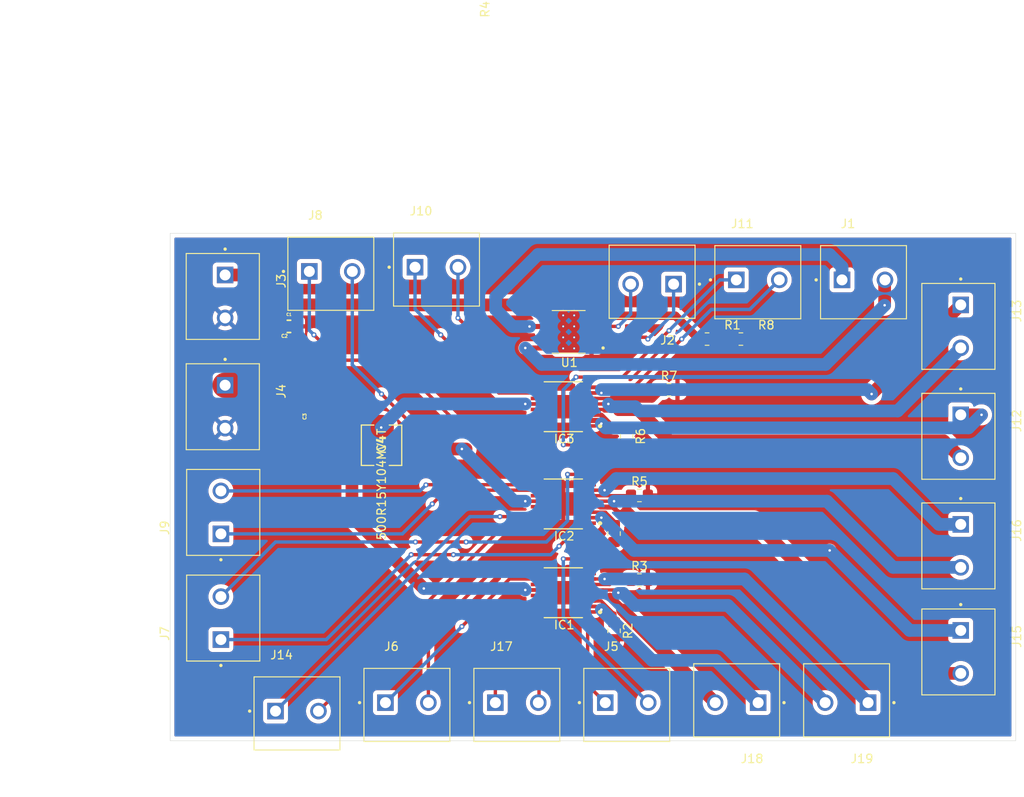
<source format=kicad_pcb>
(kicad_pcb (version 20241229) (generator "pcbnew") (generator_version "9.0")
  (layers (0 "F.Cu" signal) (2 "B.Cu" signal) (13 "F.Paste" user) (15 "B.Paste" user) (5 "F.SilkS" user "F.Silkscreen") (7 "B.SilkS" user "B.Silkscreen") (1 "F.Mask" user) (3 "B.Mask" user) (25 "Edge.Cuts" user))
  (net 0 "")
  (net 1 "Net-(U1-VM)")
  (net 2 "GND")
  (net 3 "Net-(IC1-VM)")
  (net 4 "Net-(IC1-BOUT1)")
  (net 5 "Net-(IC1-BISEN)")
  (net 7 "Net-(IC1-AIN1)")
  (net 8 "Net-(IC1-BOUT2)")
  (net 9 "Net-(IC1-AISEN)")
  (net 10 "Net-(IC1-AOUT2)")
  (net 11 "Net-(IC1-BIN2)")
  (net 13 "Net-(IC1-BIN1)")
  (net 14 "Net-(IC1-AIN2)")
  (net 15 "Net-(IC1-FAULT_N)")
  (net 16 "Net-(IC1-AOUT1)")
  (net 17 "Net-(IC1-SLEEP_N)")
  (net 20 "Net-(IC2-BISEN)")
  (net 21 "Net-(IC2-AOUT2)")
  (net 22 "Net-(IC2-BOUT2)")
  (net 23 "Net-(IC2-BOUT1)")
  (net 24 "Net-(IC2-SLEEP_N)")
  (net 25 "Net-(IC2-AIN2)")
  (net 26 "Net-(IC2-FAULT_N)")
  (net 27 "Net-(IC2-BIN2)")
  (net 28 "Net-(IC2-AISEN)")
  (net 29 "Net-(IC2-BIN1)")
  (net 30 "Net-(IC2-AOUT1)")
  (net 31 "Net-(IC2-AIN1)")
  (net 33 "Net-(IC3-SLEEP_N)")
  (net 35 "Net-(IC3-BIN1)")
  (net 36 "Net-(IC3-BISEN)")
  (net 37 "Net-(IC3-AISEN)")
  (net 38 "Net-(IC3-AOUT1)")
  (net 39 "Net-(IC3-BOUT2)")
  (net 40 "Net-(IC3-AIN1)")
  (net 41 "Net-(IC3-BOUT1)")
  (net 42 "Net-(IC3-BIN2)")
  (net 43 "Net-(IC3-FAULT_N)")
  (net 44 "Net-(IC3-AIN2)")
  (net 45 "Net-(IC3-AOUT2)")
  (net 46 "Net-(U1-OUT2)")
  (net 47 "Net-(U1-OUT1)")
  (net 48 "Net-(U1-IN1)")
  (net 49 "Net-(U1-IN2)")
  (net 50 "Net-(U1-ILIM)")
  (net 51 "Net-(R1-Pad2)")
  (footprint "Resistor_SMD:R_0805_2012Metric_Pad1.20x1.40mm_HandSolder" (layer "F.Cu") (at 155.5 141)
    (property "Reference" "R3" (at 0 -1.65 0) (layer "F.SilkS"))
    (property "Value" "R")
    (pad "1" smd roundrect (at -1 0) (size 1.2 1.4) (layers "F.Cu" "F.Mask" "F.Paste") (roundrect_rratio 0.208333) (net 5 "Net-(IC1-BISEN)"))
    (pad "2" smd roundrect (at 1 0) (size 1.2 1.4) (layers "F.Cu" "F.Mask" "F.Paste") (roundrect_rratio 0.208333) (net 2 "GND"))
  )
  (footprint "Resistor_SMD:R_0805_2012Metric_Pad1.20x1.40mm_HandSolder" (layer "F.Cu") (at 152.5 135.5 -90)
    (property "Reference" "R4" (at -62 15.25 90) (layer "F.SilkS"))
    (property "Value" "R")
    (pad "1" smd roundrect (at -1 0 270) (size 1.2 1.4) (layers "F.Cu" "F.Mask" "F.Paste") (roundrect_rratio 0.208333) (net 28 "Net-(IC2-AISEN)"))
    (pad "2" smd roundrect (at 1 0 270) (size 1.2 1.4) (layers "F.Cu" "F.Mask" "F.Paste") (roundrect_rratio 0.208333) (net 2 "GND"))
  )
  (footprint "Kicad_TitoSync_Footprints:SAMESKY_TB0012-508-02GR" (layer "F.Cu") (at 106.5 107.46 -90)
    (property "Reference" "J3" (at -1.825 -6.635 90) (layer "F.SilkS"))
    (property "Value" "TB0012-508-02GR")
    (pad "1" thru_hole rect (at -2.54 0 270) (size 1.95 1.95) (drill 1.3) (layers "*.Cu" "*.Mask") (net 1 "Net-(U1-VM)"))
    (pad "2" thru_hole circle (at 2.54 0 270) (size 1.95 1.95) (drill 1.3) (layers "*.Cu" "*.Mask") (net 2 "GND"))
  )
  (footprint "Kicad_TitoSync_Footprints:SAMESKY_TB0012-508-02GR" (layer "F.Cu") (at 141 155.5)
    (property "Reference" "J17" (at -1.825 -6.635 0) (layer "F.SilkS"))
    (property "Value" "TB0012-508-02GR")
    (pad "1" thru_hole rect (at -2.54 0) (size 1.95 1.95) (drill 1.3) (layers "*.Cu" "*.Mask") (net 14 "Net-(IC1-AIN2)"))
    (pad "2" thru_hole circle (at 2.54 0) (size 1.95 1.95) (drill 1.3) (layers "*.Cu" "*.Mask") (net 7 "Net-(IC1-AIN1)"))
  )
  (footprint "Kicad_TitoSync_Footprints:CAPC2012X140N" (layer "F.Cu") (at 114.605 122.105 -90)
    (property "Reference" "C3" (at -0.44 -1.3 90) (layer "F.SilkS") (effects (font (size 0.393701 0.393701))))
    (property "Value" "CL21B106KOQNFNE")
    (pad "1" smd roundrect (at -0.895 0 270) (size 1.08 1.42) (layers "F.Cu" "F.Mask" "F.Paste") (roundrect_rratio 0.125) (net 3 "Net-(IC1-VM)"))
    (pad "2" smd roundrect (at 0.895 0 270) (size 1.08 1.42) (layers "F.Cu" "F.Mask" "F.Paste") (roundrect_rratio 0.125) (net 2 "GND"))
  )
  (footprint "Kicad_TitoSync_Footprints:VREG_LM5017MR_NOPB" (layer "F.Cu") (at 147.132152 111.65 180)
    (property "Reference" "U1" (at -0.075 -3.635 0) (layer "F.SilkS"))
    (property "Value" "DRV8871DDA")
    (pad "1" smd roundrect (at -2.7 -1.905 180) (size 1.55 0.6) (layers "F.Cu" "F.Paste") (roundrect_rratio 0.025) (net 2 "GND"))
    (pad "2" smd roundrect (at -2.7 -0.635 180) (size 1.55 0.6) (layers "F.Cu" "F.Paste") (roundrect_rratio 0.025) (net 49 "Net-(U1-IN2)"))
    (pad "3" smd roundrect (at -2.7 0.635 180) (size 1.55 0.6) (layers "F.Cu" "F.Paste") (roundrect_rratio 0.025) (net 48 "Net-(U1-IN1)"))
    (pad "4" smd roundrect (at -2.7 1.905 180) (size 1.55 0.6) (layers "F.Cu" "F.Paste") (roundrect_rratio 0.025) (net 50 "Net-(U1-ILIM)"))
    (pad "5" smd roundrect (at 2.7 1.905 180) (size 1.55 0.6) (layers "F.Cu" "F.Paste") (roundrect_rratio 0.025) (net 1 "Net-(U1-VM)"))
    (pad "6" smd roundrect (at 2.7 0.635 180) (size 1.55 0.6) (layers "F.Cu" "F.Paste") (roundrect_rratio 0.025) (net 47 "Net-(U1-OUT1)"))
    (pad "7" smd roundrect (at 2.7 -0.635 180) (size 1.55 0.6) (layers "F.Cu" "F.Paste") (roundrect_rratio 0.025) (net 2 "GND"))
    (pad "8" smd roundrect (at 2.7 -1.905 180) (size 1.55 0.6) (layers "F.Cu" "F.Paste") (roundrect_rratio 0.025) (net 46 "Net-(U1-OUT2)"))
    (pad "9" smd rect (at 0 0 180) (size 2.95 4.9) (layers "F.Cu"))
    (pad "10" thru_hole circle (at -0.65 -1.95 180) (size 0.3 0.3) (drill 0.2) (layers "*.Cu" "*.Mask"))
    (pad "11" thru_hole circle (at 0.65 -1.95 180) (size 0.3 0.3) (drill 0.2) (layers "*.Cu" "*.Mask"))
    (pad "12" thru_hole circle (at -0.65 -0.65 180) (size 0.3 0.3) (drill 0.2) (layers "*.Cu" "*.Mask"))
    (pad "13" thru_hole circle (at 0.65 -0.65 180) (size 0.3 0.3) (drill 0.2) (layers "*.Cu" "*.Mask"))
    (pad "14" thru_hole circle (at -0.65 0.65 180) (size 0.3 0.3) (drill 0.2) (layers "*.Cu" "*.Mask"))
    (pad "15" thru_hole circle (at 0.65 0.65 180) (size 0.3 0.3) (drill 0.2) (layers "*.Cu" "*.Mask"))
    (pad "16" thru_hole circle (at -0.65 1.95 180) (size 0.3 0.3) (drill 0.2) (layers "*.Cu" "*.Mask"))
    (pad "17" thru_hole circle (at 0.65 1.95 180) (size 0.3 0.3) (drill 0.2) (layers "*.Cu" "*.Mask"))
  )
  (footprint "Kicad_TitoSync_Footprints:SAMESKY_TB0012-508-02GR" (layer "F.Cu") (at 106.5 120.5 -90)
    (property "Reference" "J4" (at -1.825 -6.635 90) (layer "F.SilkS"))
    (property "Value" "TB0012-508-02GR")
    (pad "1" thru_hole rect (at -2.54 0 270) (size 1.95 1.95) (drill 1.3) (layers "*.Cu" "*.Mask") (net 3 "Net-(IC1-VM)"))
    (pad "2" thru_hole circle (at 2.54 0 270) (size 1.95 1.95) (drill 1.3) (layers "*.Cu" "*.Mask") (net 2 "GND"))
  )
  (footprint "Kicad_TitoSync_Footprints:SAMESKY_TB0012-508-02GR" (layer "F.Cu") (at 193.5 111 -90)
    (property "Reference" "J13" (at -1.825 -6.635 90) (layer "F.SilkS"))
    (property "Value" "TB0012-508-02GR")
    (pad "1" thru_hole rect (at -2.54 0 270) (size 1.95 1.95) (drill 1.3) (layers "*.Cu" "*.Mask") (net 41 "Net-(IC3-BOUT1)"))
    (pad "2" thru_hole circle (at 2.54 0 270) (size 1.95 1.95) (drill 1.3) (layers "*.Cu" "*.Mask") (net 39 "Net-(IC3-BOUT2)"))
  )
  (footprint "Kicad_TitoSync_Footprints:SAMESKY_TB0012-508-02GR" (layer "F.Cu") (at 119 104.5)
    (property "Reference" "J8" (at -1.825 -6.635 0) (layer "F.SilkS"))
    (property "Value" "TB0012-508-02GR")
    (pad "1" thru_hole rect (at -2.54 0) (size 1.95 1.95) (drill 1.3) (layers "*.Cu" "*.Mask") (net 44 "Net-(IC3-AIN2)"))
    (pad "2" thru_hole circle (at 2.54 0) (size 1.95 1.95) (drill 1.3) (layers "*.Cu" "*.Mask") (net 40 "Net-(IC3-AIN1)"))
  )
  (footprint "Kicad_TitoSync_Footprints:SAMESKY_TB0012-508-02GR" (layer "F.Cu") (at 106 145.5 90)
    (property "Reference" "J7" (at -1.825 -6.635 90) (layer "F.SilkS"))
    (property "Value" "TB0012-508-02GR")
    (pad "1" thru_hole rect (at -2.54 0 90) (size 1.95 1.95) (drill 1.3) (layers "*.Cu" "*.Mask") (net 24 "Net-(IC2-SLEEP_N)"))
    (pad "2" thru_hole circle (at 2.54 0 90) (size 1.95 1.95) (drill 1.3) (layers "*.Cu" "*.Mask") (net 26 "Net-(IC2-FAULT_N)"))
  )
  (footprint "Kicad_TitoSync_Footprints:WCAP-CSGP_0805_H1.25_R" (layer "F.Cu") (at 114.05 111)
    (property "Reference" "C1" (at 0 -1.4032 0) (layer "F.SilkS") (effects (font (size 0.32 0.32))))
    (property "Value" "WCAP-CSGP_0805_H1.25")
    (pad "1" smd rect (at -0.95 0) (size 0.9 1.3) (layers "F.Cu" "F.Mask" "F.Paste") (net 1 "Net-(U1-VM)"))
    (pad "2" smd rect (at 0.95 0) (size 0.9 1.3) (layers "F.Cu" "F.Mask" "F.Paste") (net 2 "GND"))
  )
  (footprint "Kicad_TitoSync_Footprints:SAMESKY_TB0012-508-02GR" (layer "F.Cu") (at 115 156.5)
    (property "Reference" "J14" (at -1.825 -6.635 0) (layer "F.SilkS"))
    (property "Value" "TB0012-508-02GR")
    (pad "1" thru_hole rect (at -2.54 0) (size 1.95 1.95) (drill 1.3) (layers "*.Cu" "*.Mask") (net 25 "Net-(IC2-AIN2)"))
    (pad "2" thru_hole circle (at 2.54 0) (size 1.95 1.95) (drill 1.3) (layers "*.Cu" "*.Mask") (net 31 "Net-(IC2-AIN1)"))
  )
  (footprint "Resistor_SMD:R_0805_2012Metric_Pad1.20x1.40mm_HandSolder" (layer "F.Cu") (at 159 118.5)
    (property "Reference" "R7" (at 0 -1.65 0) (layer "F.SilkS"))
    (property "Value" "R")
    (pad "1" smd roundrect (at -1 0) (size 1.2 1.4) (layers "F.Cu" "F.Mask" "F.Paste") (roundrect_rratio 0.208333) (net 36 "Net-(IC3-BISEN)"))
    (pad "2" smd roundrect (at 1 0) (size 1.2 1.4) (layers "F.Cu" "F.Mask" "F.Paste") (roundrect_rratio 0.208333) (net 2 "GND"))
  )
  (footprint "Kicad_TitoSync_Footprints:SAMESKY_TB0012-508-02GR" (layer "F.Cu") (at 193.5 136.96 -90)
    (property "Reference" "J16" (at -1.825 -6.635 90) (layer "F.SilkS"))
    (property "Value" "TB0012-508-02GR")
    (pad "1" thru_hole rect (at -2.54 0 270) (size 1.95 1.95) (drill 1.3) (layers "*.Cu" "*.Mask") (net 23 "Net-(IC2-BOUT1)"))
    (pad "2" thru_hole circle (at 2.54 0 270) (size 1.95 1.95) (drill 1.3) (layers "*.Cu" "*.Mask") (net 22 "Net-(IC2-BOUT2)"))
  )
  (footprint "Resistor_SMD:R_0805_2012Metric_Pad1.20x1.40mm_HandSolder" (layer "F.Cu") (at 163.5 112.5)
    (property "Reference" "R1" (at 3 -1.65 0) (layer "F.SilkS"))
    (property "Value" "R")
    (pad "1" smd roundrect (at -1 0) (size 1.2 1.4) (layers "F.Cu" "F.Mask" "F.Paste") (roundrect_rratio 0.208333) (net 50 "Net-(U1-ILIM)"))
    (pad "2" smd roundrect (at 1 0) (size 1.2 1.4) (layers "F.Cu" "F.Mask" "F.Paste") (roundrect_rratio 0.208333) (net 51 "Net-(R1-Pad2)"))
  )
  (footprint "Kicad_TitoSync_Footprints:SAMESKY_TB0012-508-02GR" (layer "F.Cu") (at 182 105.5)
    (property "Reference" "J1" (at -1.825 -6.635 0) (layer "F.SilkS"))
    (property "Value" "TB0012-508-02GR")
    (pad "1" thru_hole rect (at -2.54 0) (size 1.95 1.95) (drill 1.3) (layers "*.Cu" "*.Mask") (net 47 "Net-(U1-OUT1)"))
    (pad "2" thru_hole circle (at 2.54 0) (size 1.95 1.95) (drill 1.3) (layers "*.Cu" "*.Mask") (net 46 "Net-(U1-OUT2)"))
  )
  (footprint "Kicad_TitoSync_Footprints:PWP0016C-IPC_A" (layer "F.Cu") (at 146.5 120.5 180)
    (property "Reference" "IC3" (at -0.1016 -3.81 0) (layer "F.SilkS"))
    (property "Value" "DRV8411PWPR")
    (pad "1" smd rect (at -2.87538 -2.275 180) (size 1.95543 0.420766) (layers "F.Cu" "F.Mask" "F.Paste") (net 33 "Net-(IC3-SLEEP_N)"))
    (pad "2" smd rect (at -2.87538 -1.625 180) (size 1.95543 0.420766) (layers "F.Cu" "F.Mask" "F.Paste") (net 38 "Net-(IC3-AOUT1)"))
    (pad "3" smd rect (at -2.87538 -0.975 180) (size 1.95543 0.420766) (layers "F.Cu" "F.Mask" "F.Paste") (net 37 "Net-(IC3-AISEN)"))
    (pad "4" smd rect (at -2.87538 -0.325 180) (size 1.95543 0.420766) (layers "F.Cu" "F.Mask" "F.Paste") (net 45 "Net-(IC3-AOUT2)"))
    (pad "5" smd rect (at -2.87538 0.325 180) (size 1.95543 0.420766) (layers "F.Cu" "F.Mask" "F.Paste") (net 39 "Net-(IC3-BOUT2)"))
    (pad "6" smd rect (at -2.87538 0.975 180) (size 1.95543 0.420766) (layers "F.Cu" "F.Mask" "F.Paste") (net 36 "Net-(IC3-BISEN)"))
    (pad "7" smd rect (at -2.87538 1.625 180) (size 1.95543 0.420766) (layers "F.Cu" "F.Mask" "F.Paste") (net 41 "Net-(IC3-BOUT1)"))
    (pad "8" smd rect (at -2.87538 2.275 180) (size 1.95543 0.420766) (layers "F.Cu" "F.Mask" "F.Paste") (net 43 "Net-(IC3-FAULT_N)"))
    (pad "9" smd rect (at 2.87538 2.275 180) (size 1.95543 0.420766) (layers "F.Cu" "F.Mask" "F.Paste") (net 35 "Net-(IC3-BIN1)"))
    (pad "10" smd rect (at 2.87538 1.625 180) (size 1.95543 0.420766) (layers "F.Cu" "F.Mask" "F.Paste") (net 42 "Net-(IC3-BIN2)"))
    (pad "11" smd rect (at 2.87538 0.975 180) (size 1.95543 0.420766) (layers "F.Cu" "F.Mask" "F.Paste"))
    (pad "12" smd rect (at 2.87538 0.325 180) (size 1.95543 0.420766) (layers "F.Cu" "F.Mask" "F.Paste") (net 3 "Net-(IC1-VM)"))
    (pad "13" smd rect (at 2.87538 -0.325 180) (size 1.95543 0.420766) (layers "F.Cu" "F.Mask" "F.Paste") (net 2 "GND"))
    (pad "14" smd rect (at 2.87538 -0.975 180) (size 1.95543 0.420766) (layers "F.Cu" "F.Mask" "F.Paste"))
    (pad "15" smd rect (at 2.87538 -1.625 180) (size 1.95543 0.420766) (layers "F.Cu" "F.Mask" "F.Paste") (net 44 "Net-(IC3-AIN2)"))
    (pad "16" smd rect (at 2.87538 -2.275 180) (size 1.95543 0.420766) (layers "F.Cu" "F.Mask" "F.Paste") (net 40 "Net-(IC3-AIN1)"))
    (pad "17" smd rect (at 0 0 180) (size 2.46 2.77) (layers "F.Cu" "F.Mask") (net 2 "GND"))
  )
  (footprint "Kicad_TitoSync_Footprints:SAMESKY_TB0012-508-02GR" (layer "F.Cu") (at 131.5 104)
    (property "Reference" "J10" (at -1.825 -6.635 0) (layer "F.SilkS"))
    (property "Value" "TB0012-508-02GR")
    (pad "1" thru_hole rect (at -2.54 0) (size 1.95 1.95) (drill 1.3) (layers "*.Cu" "*.Mask") (net 42 "Net-(IC3-BIN2)"))
    (pad "2" thru_hole circle (at 2.54 0) (size 1.95 1.95) (drill 1.3) (layers "*.Cu" "*.Mask") (net 35 "Net-(IC3-BIN1)"))
  )
  (footprint "Kicad_TitoSync_Footprints:SAMESKY_TB0012-508-02GR" (layer "F.Cu") (at 157 106 180)
    (property "Reference" "J2" (at -1.825 -6.635 0) (layer "F.SilkS"))
    (property "Value" "TB0012-508-02GR")
    (pad "1" thru_hole rect (at -2.54 0 180) (size 1.95 1.95) (drill 1.3) (layers "*.Cu" "*.Mask") (net 49 "Net-(U1-IN2)"))
    (pad "2" thru_hole circle (at 2.54 0 180) (size 1.95 1.95) (drill 1.3) (layers "*.Cu" "*.Mask") (net 48 "Net-(U1-IN1)"))
  )
  (footprint "Kicad_TitoSync_Footprints:SAMESKY_TB0012-508-02GR" (layer "F.Cu") (at 193.5 149.5 -90)
    (property "Reference" "J15" (at -1.825 -6.635 90) (layer "F.SilkS"))
    (property "Value" "TB0012-508-02GR")
    (pad "1" thru_hole rect (at -2.54 0 270) (size 1.95 1.95) (drill 1.3) (layers "*.Cu" "*.Mask") (net 30 "Net-(IC2-AOUT1)"))
    (pad "2" thru_hole circle (at 2.54 0 270) (size 1.95 1.95) (drill 1.3) (layers "*.Cu" "*.Mask") (net 21 "Net-(IC2-AOUT2)"))
  )
  (footprint "Resistor_SMD:R_0805_2012Metric_Pad1.20x1.40mm_HandSolder" (layer "F.Cu") (at 152.5 147 -90)
    (property "Reference" "R2" (at 0 -1.65 90) (layer "F.SilkS"))
    (property "Value" "R")
    (pad "1" smd roundrect (at -1 0 270) (size 1.2 1.4) (layers "F.Cu" "F.Mask" "F.Paste") (roundrect_rratio 0.208333) (net 9 "Net-(IC1-AISEN)"))
    (pad "2" smd roundrect (at 1 0 270) (size 1.2 1.4) (layers "F.Cu" "F.Mask" "F.Paste") (roundrect_rratio 0.208333) (net 2 "GND"))
  )
  (footprint "Kicad_TitoSync_Footprints:SAMESKY_TB0012-508-02GR" (layer "F.Cu") (at 154 155.5)
    (property "Reference" "J5" (at -1.825 -6.635 0) (layer "F.SilkS"))
    (property "Value" "TB0012-508-02GR")
    (pad "1" thru_hole rect (at -2.54 0) (size 1.95 1.95) (drill 1.3) (layers "*.Cu" "*.Mask") (net 17 "Net-(IC1-SLEEP_N)"))
    (pad "2" thru_hole circle (at 2.54 0) (size 1.95 1.95) (drill 1.3) (layers "*.Cu" "*.Mask") (net 15 "Net-(IC1-FAULT_N)"))
  )
  (footprint "Kicad_TitoSync_Footprints:PWP0016C-IPC_A" (layer "F.Cu") (at 146.5 132 180)
    (property "Reference" "IC2" (at -0.1016 -3.81 0) (layer "F.SilkS"))
    (property "Value" "DRV8411PWPR")
    (pad "1" smd rect (at -2.87538 -2.275 180) (size 1.95543 0.420766) (layers "F.Cu" "F.Mask" "F.Paste") (net 24 "Net-(IC2-SLEEP_N)"))
    (pad "2" smd rect (at -2.87538 -1.625 180) (size 1.95543 0.420766) (layers "F.Cu" "F.Mask" "F.Paste") (net 30 "Net-(IC2-AOUT1)"))
    (pad "3" smd rect (at -2.87538 -0.975 180) (size 1.95543 0.420766) (layers "F.Cu" "F.Mask" "F.Paste") (net 28 "Net-(IC2-AISEN)"))
    (pad "4" smd rect (at -2.87538 -0.325 180) (size 1.95543 0.420766) (layers "F.Cu" "F.Mask" "F.Paste") (net 21 "Net-(IC2-AOUT2)"))
    (pad "5" smd rect (at -2.87538 0.325 180) (size 1.95543 0.420766) (layers "F.Cu" "F.Mask" "F.Paste") (net 22 "Net-(IC2-BOUT2)"))
    (pad "6" smd rect (at -2.87538 0.975 180) (size 1.95543 0.420766) (layers "F.Cu" "F.Mask" "F.Paste") (net 20 "Net-(IC2-BISEN)"))
    (pad "7" smd rect (at -2.87538 1.625 180) (size 1.95543 0.420766) (layers "F.Cu" "F.Mask" "F.Paste") (net 23 "Net-(IC2-BOUT1)"))
    (pad "8" smd rect (at -2.87538 2.275 180) (size 1.95543 0.420766) (layers "F.Cu" "F.Mask" "F.Paste") (net 26 "Net-(IC2-FAULT_N)"))
    (pad "9" smd rect (at 2.87538 2.275 180) (size 1.95543 0.420766) (layers "F.Cu" "F.Mask" "F.Paste") (net 29 "Net-(IC2-BIN1)"))
    (pad "10" smd rect (at 2.87538 1.625 180) (size 1.95543 0.420766) (layers "F.Cu" "F.Mask" "F.Paste") (net 27 "Net-(IC2-BIN2)"))
    (pad "11" smd rect (at 2.87538 0.975 180) (size 1.95543 0.420766) (layers "F.Cu" "F.Mask" "F.Paste"))
    (pad "12" smd rect (at 2.87538 0.325 180) (size 1.95543 0.420766) (layers "F.Cu" "F.Mask" "F.Paste") (net 3 "Net-(IC1-VM)"))
    (pad "13" smd rect (at 2.87538 -0.325 180) (size 1.95543 0.420766) (layers "F.Cu" "F.Mask" "F.Paste") (net 2 "GND"))
    (pad "14" smd rect (at 2.87538 -0.975 180) (size 1.95543 0.420766) (layers "F.Cu" "F.Mask" "F.Paste"))
    (pad "15" smd rect (at 2.87538 -1.625 180) (size 1.95543 0.420766) (layers "F.Cu" "F.Mask" "F.Paste") (net 25 "Net-(IC2-AIN2)"))
    (pad "16" smd rect (at 2.87538 -2.275 180) (size 1.95543 0.420766) (layers "F.Cu" "F.Mask" "F.Paste") (net 31 "Net-(IC2-AIN1)"))
    (pad "17" smd rect (at 0 0 180) (size 2.46 2.77) (layers "F.Cu" "F.Mask") (net 2 "GND"))
  )
  (footprint "Kicad_TitoSync_Footprints:SAMESKY_TB0012-508-02GR" (layer "F.Cu") (at 167 155.5 180)
    (property "Reference" "J18" (at -1.825 -6.635 0) (layer "F.SilkS"))
    (property "Value" "TB0012-508-02GR")
    (pad "1" thru_hole rect (at -2.54 0 180) (size 1.95 1.95) (drill 1.3) (layers "*.Cu" "*.Mask") (net 16 "Net-(IC1-AOUT1)"))
    (pad "2" thru_hole circle (at 2.54 0 180) (size 1.95 1.95) (drill 1.3) (layers "*.Cu" "*.Mask") (net 10 "Net-(IC1-AOUT2)"))
  )
  (footprint "Kicad_TitoSync_Footprints:SAMESKY_TB0012-508-02GR" (layer "F.Cu") (at 169.5 105.5)
    (property "Reference" "J11" (at -1.825 -6.635 0) (layer "F.SilkS"))
    (property "Value" "TB0012-508-02GR")
    (pad "1" thru_hole rect (at -2.54 0) (size 1.95 1.95) (drill 1.3) (layers "*.Cu" "*.Mask") (net 33 "Net-(IC3-SLEEP_N)"))
    (pad "2" thru_hole circle (at 2.54 0) (size 1.95 1.95) (drill 1.3) (layers "*.Cu" "*.Mask") (net 43 "Net-(IC3-FAULT_N)"))
  )
  (footprint "Kicad_TitoSync_Footprints:PWP0016C-IPC_A" (layer "F.Cu") (at 146.5 142.5 180)
    (property "Reference" "IC1" (at -0.1016 -3.81 0) (layer "F.SilkS"))
    (property "Value" "DRV8411PWPR")
    (pad "1" smd rect (at -2.87538 -2.275 180) (size 1.95543 0.420766) (layers "F.Cu" "F.Mask" "F.Paste") (net 17 "Net-(IC1-SLEEP_N)"))
    (pad "2" smd rect (at -2.87538 -1.625 180) (size 1.95543 0.420766) (layers "F.Cu" "F.Mask" "F.Paste") (net 16 "Net-(IC1-AOUT1)"))
    (pad "3" smd rect (at -2.87538 -0.975 180) (size 1.95543 0.420766) (layers "F.Cu" "F.Mask" "F.Paste") (net 9 "Net-(IC1-AISEN)"))
    (pad "4" smd rect (at -2.87538 -0.325 180) (size 1.95543 0.420766) (layers "F.Cu" "F.Mask" "F.Paste") (net 10 "Net-(IC1-AOUT2)"))
    (pad "5" smd rect (at -2.87538 0.325 180) (size 1.95543 0.420766) (layers "F.Cu" "F.Mask" "F.Paste") (net 8 "Net-(IC1-BOUT2)"))
    (pad "6" smd rect (at -2.87538 0.975 180) (size 1.95543 0.420766) (layers "F.Cu" "F.Mask" "F.Paste") (net 5 "Net-(IC1-BISEN)"))
    (pad "7" smd rect (at -2.87538 1.625 180) (size 1.95543 0.420766) (layers "F.Cu" "F.Mask" "F.Paste") (net 4 "Net-(IC1-BOUT1)"))
    (pad "8" smd rect (at -2.87538 2.275 180) (size 1.95543 0.420766) (layers "F.Cu" "F.Mask" "F.Paste") (net 15 "Net-(IC1-FAULT_N)"))
    (pad "9" smd rect (at 2.87538 2.275 180) (size 1.95543 0.420766) (layers "F.Cu" "F.Mask" "F.Paste") (net 13 "Net-(IC1-BIN1)"))
    (pad "10" smd rect (at 2.87538 1.625 180) (size 1.95543 0.420766) (layers "F.Cu" "F.Mask" "F.Paste") (net 11 "Net-(IC1-BIN2)"))
    (pad "11" smd rect (at 2.87538 0.975 180) (size 1.95543 0.420766) (layers "F.Cu" "F.Mask" "F.Paste"))
    (pad "12" smd rect (at 2.87538 0.325 180) (size 1.95543 0.420766) (layers "F.Cu" "F.Mask" "F.Paste") (net 3 "Net-(IC1-VM)"))
    (pad "13" smd rect (at 2.87538 -0.325 180) (size 1.95543 0.420766) (layers "F.Cu" "F.Mask" "F.Paste") (net 2 "GND"))
    (pad "14" smd rect (at 2.87538 -0.975 180) (size 1.95543 0.420766) (layers "F.Cu" "F.Mask" "F.Paste"))
    (pad "15" smd rect (at 2.87538 -1.625 180) (size 1.95543 0.420766) (layers "F.Cu" "F.Mask" "F.Paste") (net 14 "Net-(IC1-AIN2)"))
    (pad "16" smd rect (at 2.87538 -2.275 180) (size 1.95543 0.420766) (layers "F.Cu" "F.Mask" "F.Paste") (net 7 "Net-(IC1-AIN1)"))
    (pad "17" smd rect (at 0 0 180) (size 2.46 2.77) (layers "F.Cu" "F.Mask") (net 2 "GND"))
  )
  (footprint "Resistor_SMD:R_0805_2012Metric_Pad1.20x1.40mm_HandSolder" (layer "F.Cu") (at 167.5 112.5)
    (property "Reference" "R8" (at 3 -1.65 0) (layer "F.SilkS"))
    (property "Value" "R")
    (pad "1" smd roundrect (at -1 0) (size 1.2 1.4) (layers "F.Cu" "F.Mask" "F.Paste") (roundrect_rratio 0.208333) (net 51 "Net-(R1-Pad2)"))
    (pad "2" smd roundrect (at 1 0) (size 1.2 1.4) (layers "F.Cu" "F.Mask" "F.Paste") (roundrect_rratio 0.208333) (net 2 "GND"))
  )
  (footprint "Kicad_TitoSync_Footprints:SAMESKY_TB0012-508-02GR" (layer "F.Cu") (at 193.5 124 -90)
    (property "Reference" "J12" (at -1.825 -6.635 90) (layer "F.SilkS"))
    (property "Value" "TB0012-508-02GR")
    (pad "1" thru_hole rect (at -2.54 0 270) (size 1.95 1.95) (drill 1.3) (layers "*.Cu" "*.Mask") (net 38 "Net-(IC3-AOUT1)"))
    (pad "2" thru_hole circle (at 2.54 0 270) (size 1.95 1.95) (drill 1.3) (layers "*.Cu" "*.Mask") (net 45 "Net-(IC3-AOUT2)"))
  )
  (footprint "Kicad_TitoSync_Footprints:EXV-9B_KEM" (layer "F.Cu") (at 125 125.0574 -90)
    (property "Reference" "C4" (at -0.1016 0 90) (layer "F.SilkS"))
    (property "Value" "500R15Y104MV4T" (at 4.6228 0 90) (layer "F.SilkS"))
    (pad "1" smd rect (at -2.0574 0 270) (size 2.413 1.1684) (layers "F.Cu" "F.Mask" "F.Paste") (net 3 "Net-(IC1-VM)"))
    (pad "2" smd rect (at 2.0574 0 270) (size 2.413 1.1684) (layers "F.Cu" "F.Mask" "F.Paste") (net 2 "GND"))
  )
  (footprint "Resistor_SMD:R_0805_2012Metric_Pad1.20x1.40mm_HandSolder" (layer "F.Cu") (at 155.5 131)
    (property "Reference" "R5" (at 0 -1.65 0) (layer "F.SilkS"))
    (property "Value" "R")
    (pad "1" smd roundrect (at -1 0) (size 1.2 1.4) (layers "F.Cu" "F.Mask" "F.Paste") (roundrect_rratio 0.208333) (net 20 "Net-(IC2-BISEN)"))
    (pad "2" smd roundrect (at 1 0) (size 1.2 1.4) (layers "F.Cu" "F.Mask" "F.Paste") (roundrect_rratio 0.208333) (net 2 "GND"))
  )
  (footprint "Kicad_TitoSync_Footprints:SAMESKY_TB0012-508-02GR" (layer "F.Cu") (at 128 155.5)
    (property "Reference" "J6" (at -1.825 -6.635 0) (layer "F.SilkS"))
    (property "Value" "TB0012-508-02GR")
    (pad "1" thru_hole rect (at -2.54 0) (size 1.95 1.95) (drill 1.3) (layers "*.Cu" "*.Mask") (net 11 "Net-(IC1-BIN2)"))
    (pad "2" thru_hole circle (at 2.54 0) (size 1.95 1.95) (drill 1.3) (layers "*.Cu" "*.Mask") (net 13 "Net-(IC1-BIN1)"))
  )
  (footprint "Resistor_SMD:R_0805_2012Metric_Pad1.20x1.40mm_HandSolder" (layer "F.Cu") (at 154 124 -90)
    (property "Reference" "R6" (at 0 -1.65 90) (layer "F.SilkS"))
    (property "Value" "R")
    (pad "1" smd roundrect (at -1 0 270) (size 1.2 1.4) (layers "F.Cu" "F.Mask" "F.Paste") (roundrect_rratio 0.208333) (net 37 "Net-(IC3-AISEN)"))
    (pad "2" smd roundrect (at 1 0 270) (size 1.2 1.4) (layers "F.Cu" "F.Mask" "F.Paste") (roundrect_rratio 0.208333) (net 2 "GND"))
  )
  (footprint "Kicad_TitoSync_Footprints:SAMESKY_TB0012-508-02GR" (layer "F.Cu") (at 106 133 90)
    (property "Reference" "J9" (at -1.825 -6.635 90) (layer "F.SilkS"))
    (property "Value" "TB0012-508-02GR")
    (pad "1" thru_hole rect (at -2.54 0 90) (size 1.95 1.95) (drill 1.3) (layers "*.Cu" "*.Mask") (net 27 "Net-(IC2-BIN2)"))
    (pad "2" thru_hole circle (at 2.54 0 90) (size 1.95 1.95) (drill 1.3) (layers "*.Cu" "*.Mask") (net 29 "Net-(IC2-BIN1)"))
  )
  (footprint "Kicad_TitoSync_Footprints:CAPC2012X127N" (layer "F.Cu") (at 114.021 113.5)
    (property "Reference" "C2" (at -0.5 -1.36 0) (layer "F.SilkS") (effects (font (size 0.393701 0.393701))))
    (property "Value" "500R15Y104MV4T")
    (pad "1" smd rect (at -0.891 0) (size 1.21 1.53) (layers "F.Cu" "F.Mask" "F.Paste") (net 1 "Net-(U1-VM)"))
    (pad "2" smd rect (at 0.891 0) (size 1.21 1.53) (layers "F.Cu" "F.Mask" "F.Paste") (net 2 "GND"))
  )
  (footprint "Kicad_TitoSync_Footprints:SAMESKY_TB0012-508-02GR" (layer "F.Cu") (at 180 155.5 180)
    (property "Reference" "J19" (at -1.825 -6.635 0) (layer "F.SilkS"))
    (property "Value" "TB0012-508-02GR")
    (pad "1" thru_hole rect (at -2.54 0 180) (size 1.95 1.95) (drill 1.3) (layers "*.Cu" "*.Mask") (net 4 "Net-(IC1-BOUT1)"))
    (pad "2" thru_hole circle (at 2.54 0 180) (size 1.95 1.95) (drill 1.3) (layers "*.Cu" "*.Mask") (net 8 "Net-(IC1-BOUT2)"))
  )
  (gr_line (start 200 100) (end 100 100) (stroke (width 0.05)) (layer "Edge.Cuts"))
  (gr_line (start 200 160) (end 200 100) (stroke (width 0.05)) (layer "Edge.Cuts"))
  (gr_line (start 100 160) (end 200 160) (stroke (width 0.05)) (layer "Edge.Cuts"))
  (gr_line (start 100 100) (end 100 160) (stroke (width 0.05)) (layer "Edge.Cuts"))
  (segment (start 113.1 113.47) (end 113.13 113.5) (width 1.5) (layer "F.Cu") (net 1))
  (segment (start 143.147152 108.46) (end 144.432152 109.745) (width 1.5) (layer "F.Cu") (net 1))
  (segment (start 113.1 109.9) (end 113.1 111) (width 1.5) (layer "F.Cu") (net 1))
  (segment (start 110.92 104.92) (end 106.5 104.92) (width 1.5) (layer "F.Cu") (net 1))
  (segment (start 113.1 111) (end 113.1 113.47) (width 1.5) (layer "F.Cu") (net 1))
  (segment (start 114.5 108.5) (end 113.1 109.9) (width 1.5) (layer "F.Cu") (net 1))
  (segment (start 114.5 108.5) (end 110.92 104.92) (width 1.5) (layer "F.Cu") (net 1))
  (segment (start 114.54 108.46) (end 114.5 108.5) (width 1.5) (layer "F.Cu") (net 1))
  (segment (start 143.147152 108.46) (end 114.54 108.46) (width 1.5) (layer "F.Cu") (net 1))
  (segment (start 127.5 125.5) (end 125 123) (width 1.5) (layer "F.Cu") (net 3))
  (segment (start 143.62462 142.175) (end 142 142.175) (width 0.4) (layer "F.Cu") (net 3))
  (segment (start 121.5 122.96) (end 124.96 122.96) (width 3) (layer "F.Cu") (net 3))
  (segment (start 124.96 122.96) (end 125 123) (width 0.2) (layer "F.Cu") (net 3))
  (segment (start 143.62462 131.675) (end 142 131.675) (width 0.4) (layer "F.Cu") (net 3))
  (segment (start 135 125.5) (end 134.5 125.5) (width 1.5) (layer "F.Cu") (net 3))
  (segment (start 143.62462 142.175) (end 142.39981 142.175) (width 0.4) (layer "F.Cu") (net 3))
  (segment (start 121.5 122.96) (end 116.5 117.96) (width 3) (layer "F.Cu") (net 3))
  (segment (start 121.5 133.5) (end 130 142) (width 1.5) (layer "F.Cu") (net 3))
  (segment (start 114.605 119.855) (end 114.605 120.759) (width 2) (layer "F.Cu") (net 3))
  (segment (start 134.5 125.5) (end 127.5 125.5) (width 1.5) (layer "F.Cu") (net 3))
  (segment (start 142 120.175) (end 143.62462 120.175) (width 0.4) (layer "F.Cu") (net 3))
  (segment (start 121.5 122.96) (end 121.5 133.5) (width 1.5) (layer "F.Cu") (net 3))
  (segment (start 116.5 117.96) (end 114.605 119.855) (width 2) (layer "F.Cu") (net 3))
  (segment (start 116.5 117.96) (end 106.5 117.96) (width 3) (layer "F.Cu") (net 3))
  (via (at 124.96 122.96) (size 0.6) (drill 0.3) (layers "F.Cu" "B.Cu") (net 3))
  (via (at 134.5 125.5) (size 0.6) (drill 0.3) (layers "F.Cu" "B.Cu") (net 3))
  (via (at 142 131.675) (size 0.6) (drill 0.3) (layers "F.Cu" "B.Cu") (net 3))
  (via (at 130 142) (size 0.6) (drill 0.3) (layers "F.Cu" "B.Cu") (net 3))
  (via (at 142 120.175) (size 0.6) (drill 0.3) (layers "F.Cu" "B.Cu") (net 3))
  (via (at 142 142.175) (size 0.6) (drill 0.3) (layers "F.Cu" "B.Cu") (net 3))
  (segment (start 134.5 125.5) (end 140.675 131.675) (width 1.5) (layer "B.Cu") (net 3))
  (segment (start 140.675 131.675) (end 142 131.675) (width 1.5) (layer "B.Cu") (net 3))
  (segment (start 141.825 142) (end 142 142.175) (width 1.5) (layer "B.Cu") (net 3))
  (segment (start 124.96 122.96) (end 127.745 120.175) (width 1.5) (layer "B.Cu") (net 3))
  (segment (start 130 142) (end 141.825 142) (width 1.5) (layer "B.Cu") (net 3))
  (segment (start 127.745 120.175) (end 142 120.175) (width 1.5) (layer "B.Cu") (net 3))
  (segment (start 149.37538 140.875) (end 151.375 140.875) (width 0.4) (layer "F.Cu") (net 4))
  (via (at 151.375 140.875) (size 0.6) (drill 0.3) (layers "F.Cu" "B.Cu") (net 4))
  (segment (start 182.54 155.5) (end 167.915 140.875) (width 1.5) (layer "B.Cu") (net 4))
  (segment (start 167.915 140.875) (end 151.375 140.875) (width 1.5) (layer "B.Cu") (net 4))
  (segment (start 151.975 141.525) (end 152.5 141) (width 0.4) (layer "F.Cu") (net 5))
  (segment (start 149.37538 141.525) (end 151.975 141.525) (width 0.4) (layer "F.Cu") (net 5))
  (segment (start 152.5 141) (end 154.5 141) (width 0.4) (layer "F.Cu") (net 5))
  (segment (start 143.62462 155.41538) (end 143.54 155.5) (width 0.2) (layer "F.Cu") (net 7))
  (segment (start 143.62462 144.775) (end 143.62462 155.41538) (width 0.4) (layer "F.Cu") (net 7))
  (segment (start 149.37538 142.175) (end 151.175 142.175) (width 0.4) (layer "F.Cu") (net 8))
  (segment (start 152.675 142.175) (end 153 142.5) (width 0.4) (layer "F.Cu") (net 8))
  (segment (start 151.175 142.175) (end 152.675 142.175) (width 0.4) (layer "F.Cu") (net 8))
  (via (at 153 142.5) (size 0.6) (drill 0.3) (layers "F.Cu" "B.Cu") (net 8))
  (segment (start 177.46 155.5) (end 165.96 144) (width 1.5) (layer "B.Cu") (net 8))
  (segment (start 155 144) (end 153.576 142.576) (width 1.5) (layer "B.Cu") (net 8))
  (segment (start 153.576 142.576) (end 153 142.576) (width 1.5) (layer "B.Cu") (net 8))
  (segment (start 165.96 144) (end 155 144) (width 1.5) (layer "B.Cu") (net 8))
  (segment (start 150.975 143.475) (end 152.5 145) (width 0.4) (layer "F.Cu") (net 9))
  (segment (start 149.37538 143.475) (end 150.975 143.475) (width 0.4) (layer "F.Cu") (net 9))
  (segment (start 152.5 145) (end 152.5 146) (width 0.6) (layer "F.Cu") (net 9))
  (segment (start 151.825 142.825) (end 152 143) (width 0.4) (layer "F.Cu") (net 10))
  (segment (start 150.825 142.825) (end 151.825 142.825) (width 0.4) (layer "F.Cu") (net 10))
  (segment (start 153.5 144.5) (end 152 143) (width 1) (layer "F.Cu") (net 10))
  (segment (start 153.5 144.54) (end 153.5 144.5) (width 0.2) (layer "F.Cu") (net 10))
  (segment (start 149.37538 142.825) (end 150.825 142.825) (width 0.4) (layer "F.Cu") (net 10))
  (segment (start 164.46 155.5) (end 153.5 144.54) (width 1.5) (layer "F.Cu") (net 10))
  (segment (start 140.125 140.875) (end 134.5 146.5) (width 0.4) (layer "F.Cu") (net 11))
  (segment (start 143.62462 140.875) (end 140.125 140.875) (width 0.4) (layer "F.Cu") (net 11))
  (via (at 134.5 146.5) (size 0.6) (drill 0.3) (layers "F.Cu" "B.Cu") (net 11))
  (segment (start 125.5 155.5) (end 134.5 146.5) (width 0.4) (layer "B.Cu") (net 11))
  (segment (start 125.46 155.5) (end 125.5 155.5) (width 0.2) (layer "B.Cu") (net 11))
  (segment (start 142.225 140.225) (end 143.62462 140.225) (width 0.4) (layer "F.Cu") (net 13))
  (segment (start 130.54 155.5) (end 130.54 147.46) (width 0.4) (layer "F.Cu") (net 13))
  (segment (start 138 140) (end 142 140) (width 0.4) (layer "F.Cu") (net 13))
  (segment (start 130.54 147.46) (end 138 140) (width 0.4) (layer "F.Cu") (net 13))
  (segment (start 142 140) (end 142.225 140.225) (width 0.4) (layer "F.Cu") (net 13))
  (segment (start 142.375 144.125) (end 138.46 148.04) (width 0.4) (layer "F.Cu") (net 14))
  (segment (start 143.62462 144.125) (end 142.375 144.125) (width 0.4) (layer "F.Cu") (net 14))
  (segment (start 138.46 148.04) (end 138.46 155.5) (width 0.4) (layer "F.Cu") (net 14))
  (segment (start 149.37538 140.225) (end 147.65038 138.5) (width 0.4) (layer "F.Cu") (net 15))
  (segment (start 147.65038 138.5) (end 146.5 138.5) (width 0.4) (layer "F.Cu") (net 15))
  (via (at 146.5 138.5) (size 0.6) (drill 0.3) (layers "F.Cu" "B.Cu") (net 15))
  (segment (start 146.5 145.46) (end 146.5 138.5) (width 0.4) (layer "B.Cu") (net 15))
  (segment (start 156.54 155.5) (end 146.5 145.46) (width 0.4) (layer "B.Cu") (net 15))
  (segment (start 149.37538 144.125) (end 150.625 144.125) (width 0.4) (layer "F.Cu") (net 16))
  (segment (start 150.625 144.125) (end 151 144.5) (width 0.4) (layer "F.Cu") (net 16))
  (via (at 151 144.5) (size 0.6) (drill 0.3) (layers "F.Cu" "B.Cu") (net 16))
  (segment (start 151 144.5) (end 157 150.5) (width 1.5) (layer "B.Cu") (net 16))
  (segment (start 164.54 150.5) (end 169.54 155.5) (width 1.5) (layer "B.Cu") (net 16))
  (segment (start 157 150.5) (end 164.54 150.5) (width 1.5) (layer "B.Cu") (net 16))
  (segment (start 149.37538 153.41538) (end 151.46 155.5) (width 0.4) (layer "F.Cu") (net 17))
  (segment (start 149.37538 144.775) (end 149.37538 153.41538) (width 0.4) (layer "F.Cu") (net 17))
  (segment (start 154.475 131.025) (end 154.5 131) (width 0.2) (layer "F.Cu") (net 20))
  (segment (start 149.37538 131.025) (end 154.475 131.025) (width 0.4) (layer "F.Cu") (net 20))
  (segment (start 155 134) (end 154 133) (width 1.5) (layer "F.Cu") (net 21))
  (segment (start 150.874 132.374) (end 152.374 132.374) (width 0.6) (layer "F.Cu") (net 21))
  (segment (start 149.37538 132.325) (end 150.825 132.325) (width 0.4) (layer "F.Cu") (net 21))
  (segment (start 152.374 132.374) (end 153 133) (width 0.6) (layer "F.Cu") (net 21))
  (segment (start 193.5 152.04) (end 187.04 152.04) (width 1.5) (layer "F.Cu") (net 21))
  (segment (start 150.825 132.325) (end 150.874 132.374) (width 0.4) (layer "F.Cu") (net 21))
  (segment (start 187.04 152.04) (end 169 134) (width 1.5) (layer "F.Cu") (net 21))
  (segment (start 153 133) (end 154 133) (width 0.6) (layer "F.Cu") (net 21))
  (segment (start 169 134) (end 155 134) (width 1.5) (layer "F.Cu") (net 21))
  (segment (start 152 131.675) (end 152.325 131.675) (width 0.2) (layer "F.Cu") (net 22))
  (segment (start 149.37538 131.675) (end 152 131.675) (width 0.4) (layer "F.Cu") (net 22))
  (segment (start 152 131.675) (end 152.5 131.675) (width 0.4) (layer "F.Cu") (net 22))
  (via (at 152.5 131.675) (size 0.6) (drill 0.3) (layers "F.Cu" "B.Cu") (net 22))
  (segment (start 177.675 131.675) (end 185.5 139.5) (width 1.5) (layer "B.Cu") (net 22))
  (segment (start 152.5 131.675) (end 177.675 131.675) (width 1.5) (layer "B.Cu") (net 22))
  (segment (start 185.5 139.5) (end 193.5 139.5) (width 1.5) (layer "B.Cu") (net 22))
  (segment (start 149.37538 130.375) (end 151.375 130.375) (width 0.4) (layer "F.Cu") (net 23))
  (via (at 151.375 130.375) (size 0.6) (drill 0.3) (layers "F.Cu" "B.Cu") (net 23))
  (segment (start 151.375 130.375) (end 152.75 129) (width 1.5) (layer "B.Cu") (net 23))
  (segment (start 185.5 129) (end 190.92 134.42) (width 1.5) (layer "B.Cu") (net 23))
  (segment (start 190.92 134.42) (end 193.5 134.42) (width 1.5) (layer "B.Cu") (net 23))
  (segment (start 152.75 129) (end 185.5 129) (width 1.5) (layer "B.Cu") (net 23))
  (segment (start 128.5 138) (end 133.5 138) (width 0.4) (layer "F.Cu") (net 24))
  (segment (start 148.725 134.275) (end 149.37538 134.275) (width 0.4) (layer "F.Cu") (net 24))
  (segment (start 146 137) (end 148.725 134.275) (width 0.4) (layer "F.Cu") (net 24))
  (via (at 133.5 138) (size 0.6) (drill 0.3) (layers "F.Cu" "B.Cu") (net 24))
  (via (at 146 137) (size 0.6) (drill 0.3) (layers "F.Cu" "B.Cu") (net 24))
  (via (at 128.5 138) (size 0.6) (drill 0.3) (layers "F.Cu" "B.Cu") (net 24))
  (segment (start 133.5 138) (end 145 138) (width 0.4) (layer "B.Cu") (net 24))
  (segment (start 106 148.04) (end 118.46 148.04) (width 0.4) (layer "B.Cu") (net 24))
  (segment (start 145 138) (end 146 137) (width 0.4) (layer "B.Cu") (net 24))
  (segment (start 118.46 148.04) (end 128.5 138) (width 0.4) (layer "B.Cu") (net 24))
  (segment (start 143.62462 133.625) (end 143.49962 133.5) (width 0.2) (layer "F.Cu") (net 25))
  (segment (start 143.49962 133.5) (end 139 133.5) (width 0.4) (layer "F.Cu") (net 25))
  (via (at 139 133.5) (size 0.6) (drill 0.3) (layers "F.Cu" "B.Cu") (net 25))
  (segment (start 135.46 133.5) (end 112.46 156.5) (width 0.4) (layer "B.Cu") (net 25))
  (segment (start 139 133.5) (end 135.46 133.5) (width 0.4) (layer "B.Cu") (net 25))
  (segment (start 147 128.5) (end 148.15038 128.5) (width 0.4) (layer "F.Cu") (net 26))
  (segment (start 148.15038 128.5) (end 149.37538 129.725) (width 0.4) (layer "F.Cu") (net 26))
  (segment (start 129 136.5) (end 135 136.5) (width 0.4) (layer "F.Cu") (net 26))
  (via (at 135 136.5) (size 0.6) (drill 0.3) (layers "F.Cu" "B.Cu") (net 26))
  (via (at 129 136.5) (size 0.6) (drill 0.3) (layers "F.Cu" "B.Cu") (net 26))
  (via (at 147 128.5) (size 0.6) (drill 0.3) (layers "F.Cu" "B.Cu") (net 26))
  (segment (start 144.5 136.5) (end 145 136) (width 0.4) (layer "B.Cu") (net 26))
  (segment (start 135 136.5) (end 144.5 136.5) (width 0.4) (layer "B.Cu") (net 26))
  (segment (start 145 136) (end 147 134) (width 0.4) (layer "B.Cu") (net 26))
  (segment (start 112.46 136.5) (end 129 136.5) (width 0.4) (layer "B.Cu") (net 26))
  (segment (start 106 142.96) (end 112.46 136.5) (width 0.4) (layer "B.Cu") (net 26))
  (segment (start 147 134) (end 147 128.5) (width 0.4) (layer "B.Cu") (net 26))
  (segment (start 132.625 130.375) (end 143.62462 130.375) (width 0.4) (layer "F.Cu") (net 27))
  (segment (start 131 132) (end 132.625 130.375) (width 0.4) (layer "F.Cu") (net 27))
  (via (at 131 132) (size 0.6) (drill 0.3) (layers "F.Cu" "B.Cu") (net 27))
  (segment (start 106 135.54) (end 127.46 135.54) (width 0.4) (layer "B.Cu") (net 27))
  (segment (start 127.46 135.54) (end 131 132) (width 0.4) (layer "B.Cu") (net 27))
  (segment (start 152.5 134) (end 151.475 132.975) (width 0.4) (layer "F.Cu") (net 28))
  (segment (start 152.5 134.5) (end 152.5 134) (width 0.2) (layer "F.Cu") (net 28))
  (segment (start 151.475 132.975) (end 149.37538 132.975) (width 0.4) (layer "F.Cu") (net 28))
  (segment (start 130.275 129.725) (end 143.62462 129.725) (width 0.4) (layer "F.Cu") (net 29))
  (segment (start 130.25 129.75) (end 130.275 129.725) (width 0.4) (layer "F.Cu") (net 29))
  (via (at 130.25 129.75) (size 0.6) (drill 0.3) (layers "F.Cu" "B.Cu") (net 29))
  (segment (start 129.54 130.46) (end 130.25 129.75) (width 0.4) (layer "B.Cu") (net 29))
  (segment (start 106 130.46) (end 129.54 130.46) (width 0.4) (layer "B.Cu") (net 29))
  (segment (start 149.37538 133.625) (end 151 133.625) (width 0.4) (layer "F.Cu") (net 30))
  (via (at 151 133.625) (size 0.6) (drill 0.3) (layers "F.Cu" "B.Cu") (net 30))
  (via (at 178 137.5) (size 0.6) (drill 0.3) (layers "F.Cu" "B.Cu") (net 30))
  (segment (start 154.875 137.5) (end 151 133.625) (width 1.5) (layer "B.Cu") (net 30))
  (segment (start 193.5 146.96) (end 187.46 146.96) (width 1.5) (layer "B.Cu") (net 30))
  (segment (start 187.46 146.96) (end 178 137.5) (width 1.5) (layer "B.Cu") (net 30))
  (segment (start 178 137.5) (end 154.875 137.5) (width 1.5) (layer "B.Cu") (net 30))
  (segment (start 139.765 134.275) (end 143.62462 134.275) (width 0.4) (layer "F.Cu") (net 31))
  (segment (start 117.54 156.5) (end 139.765 134.275) (width 0.4) (layer "F.Cu") (net 31))
  (segment (start 153.5 117) (end 148 117) (width 0.4) (layer "F.Cu") (net 33))
  (segment (start 146.5 125) (end 147.15038 125) (width 0.4) (layer "F.Cu") (net 33))
  (segment (start 147.15038 125) (end 149.37538 122.775) (width 0.4) (layer "F.Cu") (net 33))
  (segment (start 159 111.5) (end 153.5 117) (width 0.4) (layer "F.Cu") (net 33))
  (via (at 148 117) (size 0.6) (drill 0.3) (layers "F.Cu" "B.Cu") (net 33))
  (via (at 159 111.5) (size 0.6) (drill 0.3) (layers "F.Cu" "B.Cu") (net 33))
  (via (at 146.5 125) (size 0.6) (drill 0.3) (layers "F.Cu" "B.Cu") (net 33))
  (segment (start 162.5 108) (end 159 111.5) (width 0.4) (layer "B.Cu") (net 33))
  (segment (start 165 105.5) (end 162.5 108) (width 0.4) (layer "B.Cu") (net 33))
  (segment (start 146.5 118.5) (end 146.5 125) (width 0.4) (layer "B.Cu") (net 33))
  (segment (start 148 117) (end 146.5 118.5) (width 0.4) (layer "B.Cu") (net 33))
  (segment (start 166.96 105.5) (end 165 105.5) (width 0.4) (layer "B.Cu") (net 33))
  (segment (start 142.265 118.225) (end 143.62462 118.225) (width 0.4) (layer "F.Cu") (net 35))
  (segment (start 134.04 110) (end 142.265 118.225) (width 0.4) (layer "F.Cu") (net 35))
  (via (at 134.04 110) (size 0.6) (drill 0.3) (layers "F.Cu" "B.Cu") (net 35))
  (segment (start 134.04 110) (end 134.04 110.04) (width 0.4) (layer "B.Cu") (net 35))
  (segment (start 134.04 104) (end 134.04 110) (width 0.4) (layer "B.Cu") (net 35))
  (segment (start 156.975 119.525) (end 158 118.5) (width 1) (layer "F.Cu") (net 36))
  (segment (start 152.475 119.525) (end 152.5 119.5) (width 0.2) (layer "F.Cu") (net 36))
  (segment (start 149.37538 119.525) (end 152.475 119.525) (width 0.4) (layer "F.Cu") (net 36))
  (segment (start 156.975 119.525) (end 152.475 119.525) (width 1) (layer "F.Cu") (net 36))
  (segment (start 149.37538 121.475) (end 149.40138 121.501) (width 0.2) (layer "F.Cu") (net 37))
  (segment (start 154 123) (end 152.499 123) (width 0.6) (layer "F.Cu") (net 37))
  (segment (start 151 121.501) (end 152.499 123) (width 0.6) (layer "F.Cu") (net 37))
  (segment (start 149.40138 121.501) (end 151 121.501) (width 0.4) (layer "F.Cu") (net 37))
  (segment (start 195.96 121.46) (end 196 121.5) (width 0.2) (layer "F.Cu") (net 38))
  (segment (start 150.625 122.125) (end 151 122.5) (width 0.6) (layer "F.Cu") (net 38))
  (segment (start 193.5 121.46) (end 195.96 121.46) (width 1.5) (layer "F.Cu") (net 38))
  (segment (start 149.37538 122.125) (end 150.625 122.125) (width 0.6) (layer "F.Cu") (net 38))
  (via (at 151 122.5) (size 0.6) (drill 0.3) (layers "F.Cu" "B.Cu") (net 38))
  (via (at 195.96 121.46) (size 0.6) (drill 0.3) (layers "F.Cu" "B.Cu") (net 38))
  (segment (start 194.42 123) (end 151.5 123) (width 1.5) (layer "B.Cu") (net 38))
  (segment (start 195.96 121.46) (end 194.42 123) (width 1.5) (layer "B.Cu") (net 38))
  (segment (start 151.5 123) (end 151 122.5) (width 1.5) (layer "B.Cu") (net 38))
  (segment (start 151 120.175) (end 151.825 120.175) (width 0.4) (layer "F.Cu") (net 39))
  (segment (start 149.37538 120.175) (end 151 120.175) (width 0.4) (layer "F.Cu") (net 39))
  (via (at 151.825 120.175) (size 0.6) (drill 0.3) (layers "F.Cu" "B.Cu") (net 39))
  (segment (start 155.5 121) (end 155 120.5) (width 1.5) (layer "B.Cu") (net 39))
  (segment (start 186.04 121) (end 193.5 113.54) (width 1.5) (layer "B.Cu") (net 39))
  (segment (start 155.5 121) (end 186.04 121) (width 1.5) (layer "B.Cu") (net 39))
  (segment (start 152.15 120.5) (end 151.825 120.175) (width 1.5) (layer "B.Cu") (net 39))
  (segment (start 155 120.5) (end 152.15 120.5) (width 1.5) (layer "B.Cu") (net 39))
  (segment (start 128.775 122.775) (end 143.62462 122.775) (width 0.4) (layer "F.Cu") (net 40))
  (segment (start 125 119) (end 128.775 122.775) (width 0.4) (layer "F.Cu") (net 40))
  (via (at 125 119) (size 0.6) (drill 0.3) (layers "F.Cu" "B.Cu") (net 40))
  (segment (start 121.54 104.5) (end 121.54 115.54) (width 0.4) (layer "B.Cu") (net 40))
  (segment (start 121.54 115.54) (end 125 119) (width 0.4) (layer "B.Cu") (net 40))
  (segment (start 193.5 108.46) (end 182.96 119) (width 1.5) (layer "F.Cu") (net 41))
  (segment (start 149.37538 118.875) (end 151 118.875) (width 0.4) (layer "F.Cu") (net 41))
  (via (at 151 118.875) (size 0.6) (drill 0.3) (layers "F.Cu" "B.Cu") (net 41))
  (via (at 182.96 119) (size 0.6) (drill 0.3) (layers "F.Cu" "B.Cu") (net 41))
  (segment (start 182.434 118.474) (end 151 118.474) (width 1.5) (layer "B.Cu") (net 41))
  (segment (start 182.96 119) (end 182.434 118.474) (width 1.5) (layer "B.Cu") (net 41))
  (segment (start 132 112) (end 138.875 118.875) (width 0.4) (layer "F.Cu") (net 42))
  (segment (start 138.875 118.875) (end 143.62462 118.875) (width 0.4) (layer "F.Cu") (net 42))
  (via (at 132 112) (size 0.6) (drill 0.3) (layers "F.Cu" "B.Cu") (net 42))
  (segment (start 128.96 108.96) (end 132 112) (width 0.4) (layer "B.Cu") (net 42))
  (segment (start 128.96 104) (end 128.96 108.96) (width 0.4) (layer "B.Cu") (net 42))
  (segment (start 149.42638 118.174) (end 149.37538 118.225) (width 0.4) (layer "F.Cu") (net 43))
  (segment (start 160.5 112.5) (end 154.826 118.174) (width 0.4) (layer "F.Cu") (net 43))
  (segment (start 154.826 118.174) (end 149.42638 118.174) (width 0.4) (layer "F.Cu") (net 43))
  (via (at 160.5 112.5) (size 0.6) (drill 0.3) (layers "F.Cu" "B.Cu") (net 43))
  (segment (start 172.04 105.5) (end 168.54 109) (width 0.4) (layer "B.Cu") (net 43))
  (segment (start 164 109) (end 160.5 112.5) (width 0.4) (layer "B.Cu") (net 43))
  (segment (start 168.54 109) (end 164 109) (width 0.4) (layer "B.Cu") (net 43))
  (segment (start 120 115) (end 126.5 115) (width 0.4) (layer "F.Cu") (net 44))
  (segment (start 126.5 115) (end 133.625 122.125) (width 0.4) (layer "F.Cu") (net 44))
  (segment (start 133.625 122.125) (end 143.62462 122.125) (width 0.4) (layer "F.Cu") (net 44))
  (segment (start 117 112) (end 120 115) (width 0.4) (layer "F.Cu") (net 44))
  (via (at 117 112) (size 0.6) (drill 0.3) (layers "F.Cu" "B.Cu") (net 44))
  (segment (start 116.46 111.46) (end 117 112) (width 0.4) (layer "B.Cu") (net 44))
  (segment (start 116.46 104.5) (end 116.46 111.46) (width 0.4) (layer "B.Cu") (net 44))
  (segment (start 151.173942 120.825) (end 151.348942 121) (width 0.4) (layer "F.Cu") (net 45))
  (segment (start 151.348942 121) (end 153 121) (width 0.4) (layer "F.Cu") (net 45))
  (segment (start 191.5 124.54) (end 159.04 124.54) (width 1.5) (layer "F.Cu") (net 45))
  (segment (start 193.5 126.54) (end 191.5 124.54) (width 1.5) (layer "F.Cu") (net 45))
  (segment (start 159.04 124.54) (end 155.5 121) (width 1.5) (layer "F.Cu") (net 45))
  (segment (start 155.5 121) (end 153 121) (width 1.2) (layer "F.Cu") (net 45))
  (segment (start 149.37538 120.825) (end 151.173942 120.825) (width 0.4) (layer "F.Cu") (net 45))
  (segment (start 184.5 105.54) (end 184.5 108.5) (width 1.5) (layer "F.Cu") (net 46))
  (segment (start 184.54 105.5) (end 184.5 105.54) (width 0.2) (layer "F.Cu") (net 46))
  (segment (start 144.432152 113.555) (end 142 113.555) (width 0.6) (layer "F.Cu") (net 46))
  (via (at 184.5 108.5) (size 0.6) (drill 0.3) (layers "F.Cu" "B.Cu") (net 46))
  (via (at 142 113.555) (size 0.6) (drill 0.3) (layers "F.Cu" "B.Cu") (net 46))
  (segment (start 143.945 115.5) (end 177.5 115.5) (width 1.5) (layer "B.Cu") (net 46))
  (segment (start 177.5 115.5) (end 184.5 108.5) (width 1.5) (layer "B.Cu") (net 46))
  (segment (start 142 113.555) (end 143.945 115.5) (width 1.5) (layer "B.Cu") (net 46))
  (segment (start 144.432152 111.015) (end 142.5 111.015) (width 0.6) (layer "F.Cu") (net 47))
  (via (at 142.5 111.015) (size 0.6) (drill 0.3) (layers "F.Cu" "B.Cu") (net 47))
  (segment (start 140.515 111.015) (end 142.5 111.015) (width 1.5) (layer "B.Cu") (net 47))
  (segment (start 179.46 105.5) (end 179.46 103.96) (width 1.5) (layer "B.Cu") (net 47))
  (segment (start 179.46 103.96) (end 178 102.5) (width 1.5) (layer "B.Cu") (net 47))
  (segment (start 138.5 109) (end 140.515 111.015) (width 1.5) (layer "B.Cu") (net 47))
  (segment (start 138.5 107.5) (end 138.5 109) (width 1.5) (layer "B.Cu") (net 47))
  (segment (start 178 102.5) (end 143.5 102.5) (width 1.5) (layer "B.Cu") (net 47))
  (segment (start 140.5 105.5) (end 138.5 107.5) (width 1.5) (layer "B.Cu") (net 47))
  (segment (start 143.5 102.5) (end 140.5 105.5) (width 1.5) (layer "B.Cu") (net 47))
  (segment (start 149.847152 111) (end 149.832152 111.015) (width 0.4) (layer "F.Cu") (net 48))
  (segment (start 153 111) (end 149.847152 111) (width 0.4) (layer "F.Cu") (net 48))
  (via (at 153 111) (size 0.6) (drill 0.3) (layers "F.Cu" "B.Cu") (net 48))
  (segment (start 154.46 109.54) (end 153 111) (width 0.4) (layer "B.Cu") (net 48))
  (segment (start 154.46 106) (end 154.46 109.54) (width 0.4) (layer "B.Cu") (net 48))
  (segment (start 156.5 112.5) (end 156.285 112.285) (width 0.4) (layer "F.Cu") (net 49))
  (segment (start 156.285 112.285) (end 149.832152 112.285) (width 0.4) (layer "F.Cu") (net 49))
  (via (at 156.5 112.5) (size 0.6) (drill 0.3) (layers "F.Cu" "B.Cu") (net 49))
  (segment (start 159.54 106) (end 159.54 109.46) (width 0.4) (layer "B.Cu") (net 49))
  (segment (start 159.54 109.46) (end 156.5 112.5) (width 0.4) (layer "B.Cu") (net 49))
  (segment (start 149.832152 109.745) (end 159.745 109.745) (width 1) (layer "F.Cu") (net 50))
  (segment (start 159.745 109.745) (end 162.5 112.5) (width 1) (layer "F.Cu") (net 50))
  (segment (start 164.5 112.5) (end 166.5 112.5) (width 1.5) (layer "F.Cu") (net 51))
  (zone (net 2) (net_name "GND") (layers "F.Cu" "B.Cu") (connect_pads (clearance 0.5)) (min_thickness 0.25) (fill yes (thermal_gap 0.5) (thermal_bridge_width 0.5) (island_removal_mode 1) (island_area_min 10))
    (polygon (pts (xy 100.25 100.25) (xy 199.5 100.5) (xy 199.5 159.5) (xy 100.5 159.5)))
  )
)
</source>
